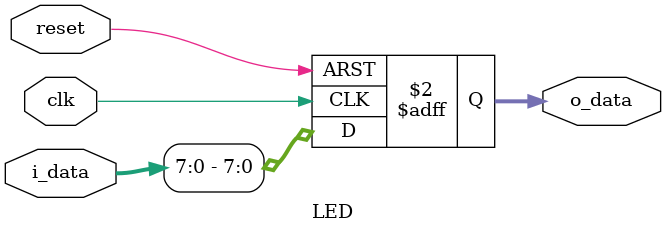
<source format=v>
`timescale 1ns / 1ps

module LED(reset,
            clk,
            i_data,
            o_data);
    
    input reset;
    input clk;
    input [31:0] i_data;
    output reg [7:0] o_data;
    
    always @(posedge clk or posedge reset) begin
        if (reset) begin
            o_data <= 7'b0000000;
        end
        else begin
            o_data <= i_data[7:0];
        end
    end
    
endmodule

</source>
